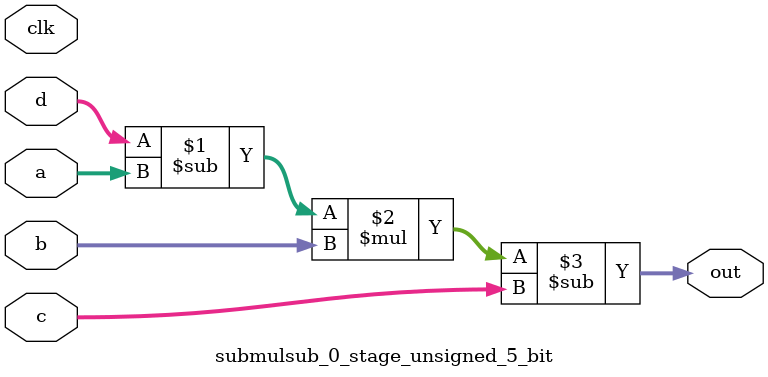
<source format=sv>
(* use_dsp = "yes" *) module submulsub_0_stage_unsigned_5_bit(
	input  [4:0] a,
	input  [4:0] b,
	input  [4:0] c,
	input  [4:0] d,
	output [4:0] out,
	input clk);

	assign out = ((d - a) * b) - c;
endmodule

</source>
